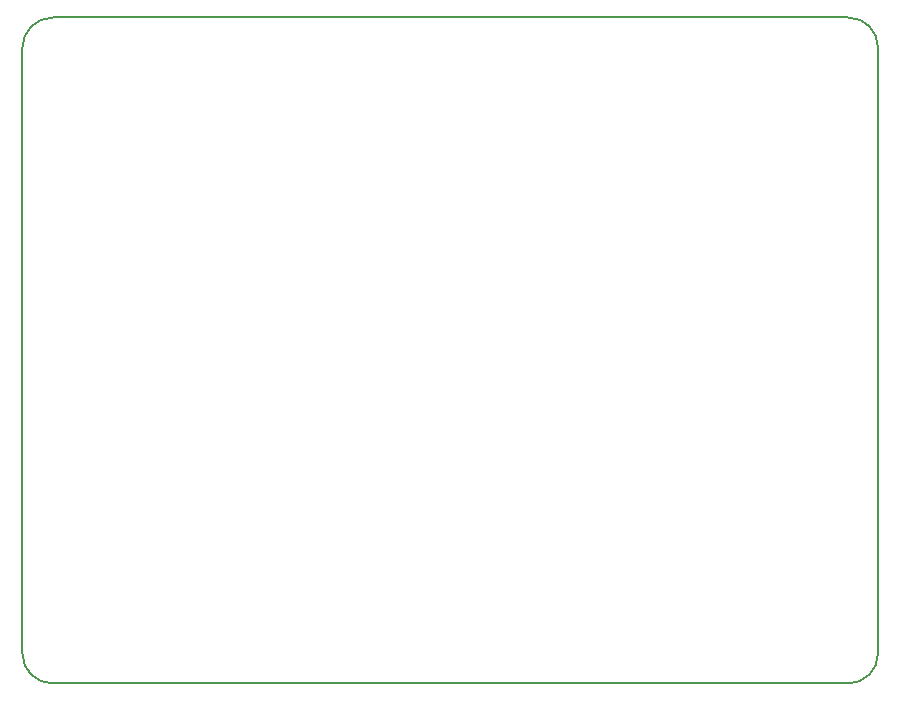
<source format=gbr>
G04 #@! TF.GenerationSoftware,KiCad,Pcbnew,5.0.2+dfsg1-1~bpo9+1*
G04 #@! TF.CreationDate,2019-05-16T11:20:28+01:00*
G04 #@! TF.ProjectId,arduino_controller_psp_stick,61726475-696e-46f5-9f63-6f6e74726f6c,rev?*
G04 #@! TF.SameCoordinates,Original*
G04 #@! TF.FileFunction,Profile,NP*
%FSLAX46Y46*%
G04 Gerber Fmt 4.6, Leading zero omitted, Abs format (unit mm)*
G04 Created by KiCad (PCBNEW 5.0.2+dfsg1-1~bpo9+1) date Thu 16 May 2019 11:20:28 BST*
%MOMM*%
%LPD*%
G01*
G04 APERTURE LIST*
%ADD10C,0.150000*%
G04 APERTURE END LIST*
D10*
X112966500Y-120650000D02*
X180340000Y-120650000D01*
X110426500Y-118110000D02*
X110426500Y-66865500D01*
X182880000Y-118110000D02*
X182880000Y-66802000D01*
X110426500Y-66865500D02*
G75*
G02X113030000Y-64262000I2603500J0D01*
G01*
X180340000Y-64262000D02*
G75*
G02X182880000Y-66802000I0J-2540000D01*
G01*
X112966500Y-120650000D02*
G75*
G02X110426500Y-118110000I0J2540000D01*
G01*
X182880000Y-118110000D02*
G75*
G02X180340000Y-120650000I-2540000J0D01*
G01*
X180340000Y-64262000D02*
X113030000Y-64262000D01*
M02*

</source>
